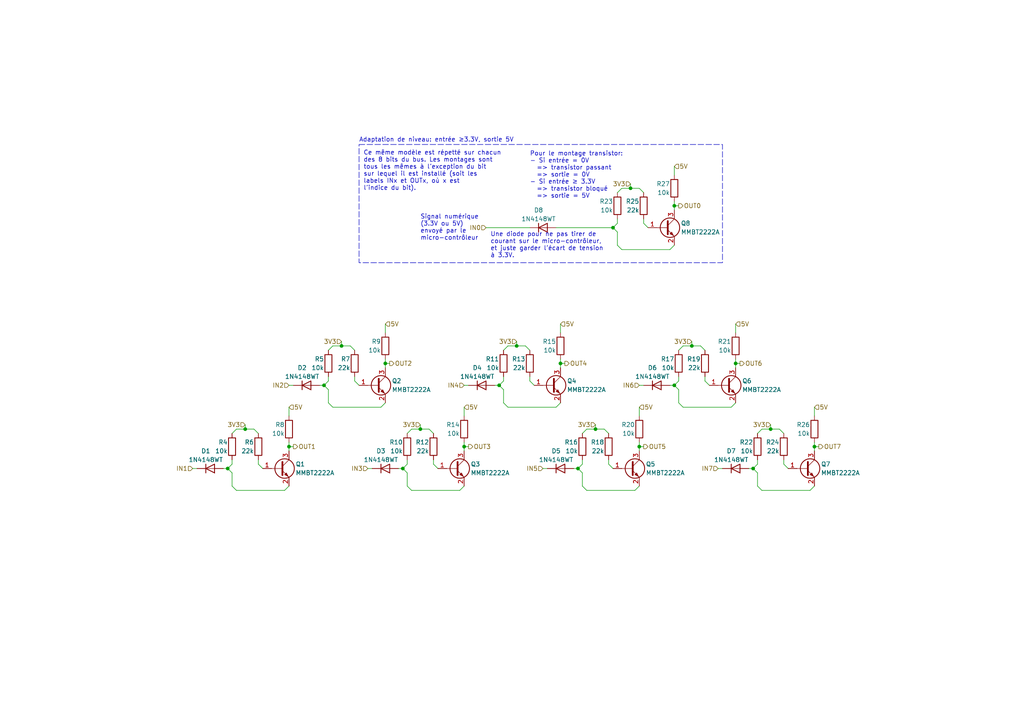
<source format=kicad_sch>
(kicad_sch (version 20250114) (generator "eeschema") (generator_version "9.0")
  (paper "A4")
  (lib_symbols
    (symbol "Device:R" (pin_numbers (hide yes)) (pin_names (offset 0))
      (property "Reference" "R" (at 2.032 0 90))
      (property "Value" "R" (at 0 0 90))
      (symbol "R_0_1"
        (rectangle (start -1.016 -2.54) (end 1.016 2.54) (stroke (width 0.254)))
      )
      (symbol "R_1_1"
        (pin passive line (at 0 3.81 270) (length 1.27) (name "~") (number "1"))
        (pin passive line (at 0 -3.81 90) (length 1.27) (name "~") (number "2"))
      )
    )
    (symbol "Diode:1N4148WT" (pin_numbers (hide yes)) (pin_names (hide yes))
      (property "Reference" "D" (at 0 2.54 0))
      (property "Value" "1N4148WT" (at 0 -2.54 0))
      (symbol "1N4148WT_0_1"
        (polyline (pts (xy -1.27 1.27) (xy -1.27 -1.27)) (stroke (width 0.254)))
        (polyline (pts (xy 1.27 1.27) (xy 1.27 -1.27) (xy -1.27 0) (xy 1.27 1.27)) (stroke (width 0.254)))
        (polyline (pts (xy 1.27 0) (xy -1.27 0)))
      )
      (symbol "1N4148WT_1_1"
        (pin passive line (at -3.81 0 0) (length 2.54) (name "K") (number "1"))
        (pin passive line (at 3.81 0 180) (length 2.54) (name "A") (number "2"))
      )
    )
    (symbol "Transistor_BJT:MMBT2222A" (pin_names (offset 0) (hide yes))
      (property "Reference" "Q" (at 5.08 1.905 0))
      (property "Value" "MMBT2222A" (at 5.08 0 0))
      (symbol "MMBT2222A_0_1"
        (polyline (pts (xy -2.54 0) (xy 0.635 0)))
        (polyline (pts (xy 0.635 1.905) (xy 0.635 -1.905)) (stroke (width 0.508)))
        (circle (center 1.27 0) (radius 2.8194) (stroke (width 0.254)))
      )
      (symbol "MMBT2222A_1_1"
        (polyline (pts (xy 0.635 0.635) (xy 2.54 2.54)))
        (polyline (pts (xy 0.635 -0.635) (xy 2.54 -2.54)))
        (polyline (pts (xy 1.27 -1.778) (xy 1.778 -1.27) (xy 2.286 -2.286) (xy 1.27 -1.778)) (fill (type outline)))
        (pin input line (at -5.08 0 0) (length 2.54) (name "B") (number "1"))
        (pin passive line (at 2.54 5.08 270) (length 2.54) (name "C") (number "3"))
        (pin passive line (at 2.54 -5.08 90) (length 2.54) (name "E") (number "2"))
      )
    )
  )
  (rectangle (start 104.14 41.91) (end 209.55 76.2) (stroke (width 0) (type dash)))
  (text "Ce même modèle est répetté sur chacun\ndes 8 bits du bus. Les montages sont \ntous les mêmes à l’exception du bit\nsur lequel il est installé (soit les\nlabels INx et OUTx, où x est\nl’indice du bit)." (at 105.41 49.53 0) (effects (font (size 1.27 1.27)) (justify left)))
  (text "Adaptation de niveau: entrée ≥3.3V, sortie 5V" (at 104.14 40.64 0) (effects (font (size 1.27 1.27)) (justify left)))
  (text "Pour le montage transistor:\n- Si entrée = 0V\n  => transistor passant\n  => sortie = 0V\n- Si entrée ≥ 3.3V\n  => transistor bloqué\n  => sortie = 5V" (at 153.67 50.8 0) (effects (font (size 1.27 1.27)) (justify left)))
  (text "Une diode pour ne pas tirer de\ncourant sur le micro-contrôleur,\net juste garder l’écart de tension\nà 3.3V." (at 142.24 71.12 0) (effects (font (size 1.27 1.27)) (justify left)))
  (text "Signal numérique\n(3.3V ou 5V)\nenvoyé par le\nmicro-contrôleur" (at 121.92 66.04 0) (effects (font (size 1.27 1.27)) (justify left)))
  (junction (at 66.04 135.89))
  (junction (at 116.84 135.89))
  (junction (at 236.22 129.54))
  (junction (at 185.42 129.54))
  (junction (at 172.72 124.46))
  (junction (at 182.88 54.61))
  (junction (at 200.66 100.33))
  (junction (at 93.98 111.76))
  (junction (at 195.58 111.76))
  (junction (at 195.58 59.69))
  (junction (at 99.06 100.33))
  (junction (at 134.62 129.54))
  (junction (at 149.86 100.33))
  (junction (at 144.78 111.76))
  (junction (at 177.8 66.04))
  (junction (at 121.92 124.46))
  (junction (at 83.82 129.54))
  (junction (at 111.76 105.41))
  (junction (at 162.56 105.41))
  (junction (at 218.44 135.89))
  (junction (at 71.12 124.46))
  (junction (at 167.64 135.89))
  (junction (at 223.52 124.46))
  (junction (at 213.36 105.41))
  (wire (pts (xy 185.42 129.54) (xy 186.69 129.54)))
  (wire (pts (xy 146.05 110.49) (xy 144.78 111.76)))
  (wire (pts (xy 227.33 125.73) (xy 226.06 124.46)))
  (wire (pts (xy 118.11 133.35) (xy 118.11 134.62)))
  (wire (pts (xy 195.58 48.26) (xy 195.58 50.8)))
  (wire (pts (xy 67.31 137.16) (xy 66.04 135.89)))
  (wire (pts (xy 111.76 116.84) (xy 110.49 118.11)))
  (wire (pts (xy 96.52 100.33) (xy 99.06 100.33)))
  (wire (pts (xy 168.91 137.16) (xy 167.64 135.89)))
  (wire (pts (xy 83.82 111.76) (xy 85.09 111.76)))
  (wire (pts (xy 185.42 128.27) (xy 185.42 129.54)))
  (wire (pts (xy 213.36 116.84) (xy 212.09 118.11)))
  (wire (pts (xy 219.71 137.16) (xy 218.44 135.89)))
  (wire (pts (xy 67.31 140.97) (xy 67.31 137.16)))
  (wire (pts (xy 106.68 135.89) (xy 107.95 135.89)))
  (wire (pts (xy 134.62 128.27) (xy 134.62 129.54)))
  (wire (pts (xy 182.88 53.34) (xy 182.88 54.61)))
  (wire (pts (xy 149.86 100.33) (xy 152.4 100.33)))
  (wire (pts (xy 55.88 135.89) (xy 57.15 135.89)))
  (wire (pts (xy 220.98 124.46) (xy 223.52 124.46)))
  (wire (pts (xy 147.32 100.33) (xy 149.86 100.33)))
  (wire (pts (xy 95.25 116.84) (xy 95.25 113.03)))
  (wire (pts (xy 134.62 129.54) (xy 134.62 130.81)))
  (wire (pts (xy 200.66 100.33) (xy 203.2 100.33)))
  (wire (pts (xy 196.85 116.84) (xy 196.85 113.03)))
  (wire (pts (xy 223.52 124.46) (xy 226.06 124.46)))
  (wire (pts (xy 67.31 133.35) (xy 67.31 134.62)))
  (wire (pts (xy 111.76 104.14) (xy 111.76 105.41)))
  (wire (pts (xy 168.91 133.35) (xy 168.91 134.62)))
  (wire (pts (xy 83.82 129.54) (xy 85.09 129.54)))
  (wire (pts (xy 186.69 63.5) (xy 186.69 64.77)))
  (wire (pts (xy 133.35 142.24) (xy 119.38 142.24)))
  (wire (pts (xy 116.84 135.89) (xy 115.57 135.89)))
  (wire (pts (xy 157.48 135.89) (xy 158.75 135.89)))
  (wire (pts (xy 99.06 100.33) (xy 101.6 100.33)))
  (wire (pts (xy 198.12 100.33) (xy 200.66 100.33)))
  (wire (pts (xy 168.91 134.62) (xy 167.64 135.89)))
  (wire (pts (xy 170.18 124.46) (xy 172.72 124.46)))
  (wire (pts (xy 146.05 109.22) (xy 146.05 110.49)))
  (wire (pts (xy 111.76 105.41) (xy 113.03 105.41)))
  (wire (pts (xy 83.82 129.54) (xy 83.82 130.81)))
  (wire (pts (xy 195.58 111.76) (xy 194.31 111.76)))
  (wire (pts (xy 125.73 134.62) (xy 127 135.89)))
  (wire (pts (xy 195.58 58.42) (xy 195.58 59.69)))
  (wire (pts (xy 68.58 142.24) (xy 67.31 140.97)))
  (wire (pts (xy 196.85 109.22) (xy 196.85 110.49)))
  (wire (pts (xy 96.52 100.33) (xy 95.25 101.6)))
  (wire (pts (xy 140.97 66.04) (xy 153.67 66.04)))
  (wire (pts (xy 134.62 111.76) (xy 135.89 111.76)))
  (wire (pts (xy 185.42 118.11) (xy 185.42 120.65)))
  (wire (pts (xy 162.56 105.41) (xy 162.56 106.68)))
  (wire (pts (xy 153.67 109.22) (xy 153.67 110.49)))
  (wire (pts (xy 219.71 134.62) (xy 218.44 135.89)))
  (wire (pts (xy 236.22 140.97) (xy 234.95 142.24)))
  (wire (pts (xy 121.92 123.19) (xy 121.92 124.46)))
  (wire (pts (xy 182.88 54.61) (xy 185.42 54.61)))
  (wire (pts (xy 66.04 135.89) (xy 64.77 135.89)))
  (wire (pts (xy 82.55 142.24) (xy 68.58 142.24)))
  (wire (pts (xy 172.72 123.19) (xy 172.72 124.46)))
  (wire (pts (xy 68.58 124.46) (xy 71.12 124.46)))
  (wire (pts (xy 102.87 101.6) (xy 101.6 100.33)))
  (wire (pts (xy 195.58 59.69) (xy 196.85 59.69)))
  (wire (pts (xy 111.76 105.41) (xy 111.76 106.68)))
  (wire (pts (xy 74.93 125.73) (xy 73.66 124.46)))
  (wire (pts (xy 227.33 133.35) (xy 227.33 134.62)))
  (wire (pts (xy 185.42 140.97) (xy 184.15 142.24)))
  (wire (pts (xy 168.91 140.97) (xy 168.91 137.16)))
  (wire (pts (xy 146.05 116.84) (xy 146.05 113.03)))
  (wire (pts (xy 208.28 135.89) (xy 209.55 135.89)))
  (wire (pts (xy 83.82 140.97) (xy 82.55 142.24)))
  (wire (pts (xy 167.64 135.89) (xy 166.37 135.89)))
  (wire (pts (xy 198.12 100.33) (xy 196.85 101.6)))
  (wire (pts (xy 220.98 142.24) (xy 219.71 140.97)))
  (wire (pts (xy 195.58 71.12) (xy 194.31 72.39)))
  (wire (pts (xy 68.58 124.46) (xy 67.31 125.73)))
  (wire (pts (xy 162.56 93.98) (xy 162.56 96.52)))
  (wire (pts (xy 195.58 59.69) (xy 195.58 60.96)))
  (wire (pts (xy 185.42 129.54) (xy 185.42 130.81)))
  (wire (pts (xy 147.32 100.33) (xy 146.05 101.6)))
  (wire (pts (xy 102.87 109.22) (xy 102.87 110.49)))
  (wire (pts (xy 236.22 118.11) (xy 236.22 120.65)))
  (wire (pts (xy 236.22 128.27) (xy 236.22 129.54)))
  (wire (pts (xy 67.31 134.62) (xy 66.04 135.89)))
  (wire (pts (xy 134.62 129.54) (xy 135.89 129.54)))
  (wire (pts (xy 236.22 129.54) (xy 237.49 129.54)))
  (wire (pts (xy 83.82 128.27) (xy 83.82 129.54)))
  (wire (pts (xy 93.98 111.76) (xy 92.71 111.76)))
  (wire (pts (xy 162.56 116.84) (xy 161.29 118.11)))
  (wire (pts (xy 83.82 118.11) (xy 83.82 120.65)))
  (wire (pts (xy 147.32 118.11) (xy 146.05 116.84)))
  (wire (pts (xy 74.93 134.62) (xy 76.2 135.89)))
  (wire (pts (xy 144.78 111.76) (xy 143.51 111.76)))
  (wire (pts (xy 196.85 110.49) (xy 195.58 111.76)))
  (wire (pts (xy 180.34 72.39) (xy 179.07 71.12)))
  (wire (pts (xy 71.12 124.46) (xy 73.66 124.46)))
  (wire (pts (xy 220.98 124.46) (xy 219.71 125.73)))
  (wire (pts (xy 219.71 140.97) (xy 219.71 137.16)))
  (wire (pts (xy 236.22 129.54) (xy 236.22 130.81)))
  (wire (pts (xy 162.56 105.41) (xy 163.83 105.41)))
  (wire (pts (xy 212.09 118.11) (xy 198.12 118.11)))
  (wire (pts (xy 102.87 110.49) (xy 104.14 111.76)))
  (wire (pts (xy 180.34 54.61) (xy 182.88 54.61)))
  (wire (pts (xy 153.67 101.6) (xy 152.4 100.33)))
  (wire (pts (xy 184.15 142.24) (xy 170.18 142.24)))
  (wire (pts (xy 213.36 105.41) (xy 214.63 105.41)))
  (wire (pts (xy 176.53 133.35) (xy 176.53 134.62)))
  (wire (pts (xy 176.53 125.73) (xy 175.26 124.46)))
  (wire (pts (xy 179.07 64.77) (xy 177.8 66.04)))
  (wire (pts (xy 121.92 124.46) (xy 124.46 124.46)))
  (wire (pts (xy 204.47 109.22) (xy 204.47 110.49)))
  (wire (pts (xy 185.42 111.76) (xy 186.69 111.76)))
  (wire (pts (xy 223.52 123.19) (xy 223.52 124.46)))
  (wire (pts (xy 146.05 113.03) (xy 144.78 111.76)))
  (wire (pts (xy 118.11 137.16) (xy 116.84 135.89)))
  (wire (pts (xy 194.31 72.39) (xy 180.34 72.39)))
  (wire (pts (xy 172.72 124.46) (xy 175.26 124.46)))
  (wire (pts (xy 153.67 110.49) (xy 154.94 111.76)))
  (wire (pts (xy 134.62 118.11) (xy 134.62 120.65)))
  (wire (pts (xy 99.06 99.06) (xy 99.06 100.33)))
  (wire (pts (xy 96.52 118.11) (xy 95.25 116.84)))
  (wire (pts (xy 234.95 142.24) (xy 220.98 142.24)))
  (wire (pts (xy 179.07 71.12) (xy 179.07 67.31)))
  (wire (pts (xy 119.38 124.46) (xy 121.92 124.46)))
  (wire (pts (xy 162.56 104.14) (xy 162.56 105.41)))
  (wire (pts (xy 204.47 101.6) (xy 203.2 100.33)))
  (wire (pts (xy 196.85 113.03) (xy 195.58 111.76)))
  (wire (pts (xy 134.62 140.97) (xy 133.35 142.24)))
  (wire (pts (xy 177.8 66.04) (xy 161.29 66.04)))
  (wire (pts (xy 74.93 133.35) (xy 74.93 134.62)))
  (wire (pts (xy 219.71 133.35) (xy 219.71 134.62)))
  (wire (pts (xy 179.07 63.5) (xy 179.07 64.77)))
  (wire (pts (xy 227.33 134.62) (xy 228.6 135.89)))
  (wire (pts (xy 95.25 110.49) (xy 93.98 111.76)))
  (wire (pts (xy 186.69 64.77) (xy 187.96 66.04)))
  (wire (pts (xy 118.11 140.97) (xy 118.11 137.16)))
  (wire (pts (xy 186.69 55.88) (xy 185.42 54.61)))
  (wire (pts (xy 95.25 113.03) (xy 93.98 111.76)))
  (wire (pts (xy 176.53 134.62) (xy 177.8 135.89)))
  (wire (pts (xy 119.38 124.46) (xy 118.11 125.73)))
  (wire (pts (xy 149.86 99.06) (xy 149.86 100.33)))
  (wire (pts (xy 200.66 99.06) (xy 200.66 100.33)))
  (wire (pts (xy 95.25 109.22) (xy 95.25 110.49)))
  (wire (pts (xy 71.12 123.19) (xy 71.12 124.46)))
  (wire (pts (xy 213.36 93.98) (xy 213.36 96.52)))
  (wire (pts (xy 125.73 133.35) (xy 125.73 134.62)))
  (wire (pts (xy 118.11 134.62) (xy 116.84 135.89)))
  (wire (pts (xy 198.12 118.11) (xy 196.85 116.84)))
  (wire (pts (xy 161.29 118.11) (xy 147.32 118.11)))
  (wire (pts (xy 111.76 93.98) (xy 111.76 96.52)))
  (wire (pts (xy 170.18 124.46) (xy 168.91 125.73)))
  (wire (pts (xy 180.34 54.61) (xy 179.07 55.88)))
  (wire (pts (xy 119.38 142.24) (xy 118.11 140.97)))
  (wire (pts (xy 204.47 110.49) (xy 205.74 111.76)))
  (wire (pts (xy 179.07 67.31) (xy 177.8 66.04)))
  (wire (pts (xy 213.36 104.14) (xy 213.36 105.41)))
  (wire (pts (xy 110.49 118.11) (xy 96.52 118.11)))
  (wire (pts (xy 213.36 105.41) (xy 213.36 106.68)))
  (wire (pts (xy 218.44 135.89) (xy 217.17 135.89)))
  (wire (pts (xy 170.18 142.24) (xy 168.91 140.97)))
  (wire (pts (xy 125.73 125.73) (xy 124.46 124.46)))
  (hierarchical_label "IN4" (shape input) (at 134.62 111.76 180))
  (hierarchical_label "3V3" (shape input) (at 200.66 99.06 180))
  (hierarchical_label "3V3" (shape input) (at 99.06 99.06 180))
  (hierarchical_label "3V3" (shape input) (at 172.72 123.19 180))
  (hierarchical_label "3V3" (shape input) (at 223.52 123.19 180))
  (hierarchical_label "3V3" (shape input) (at 182.88 53.34 180))
  (hierarchical_label "5V" (shape input) (at 185.42 118.11 0))
  (hierarchical_label "OUT1" (shape output) (at 85.09 129.54 0))
  (hierarchical_label "OUT2" (shape output) (at 113.03 105.41 0))
  (hierarchical_label "IN1" (shape input) (at 55.88 135.89 180))
  (hierarchical_label "5V" (shape input) (at 195.58 48.26 0))
  (hierarchical_label "IN2" (shape input) (at 83.82 111.76 180))
  (hierarchical_label "OUT4" (shape output) (at 163.83 105.41 0))
  (hierarchical_label "5V" (shape input) (at 111.76 93.98 0))
  (hierarchical_label "5V" (shape input) (at 213.36 93.98 0))
  (hierarchical_label "5V" (shape input) (at 162.56 93.98 0))
  (hierarchical_label "IN3" (shape input) (at 106.68 135.89 180))
  (hierarchical_label "3V3" (shape input) (at 71.12 123.19 180))
  (hierarchical_label "OUT3" (shape output) (at 135.89 129.54 0))
  (hierarchical_label "IN7" (shape input) (at 208.28 135.89 180))
  (hierarchical_label "5V" (shape input) (at 134.62 118.11 0))
  (hierarchical_label "5V" (shape input) (at 236.22 118.11 0))
  (hierarchical_label "IN5" (shape input) (at 157.48 135.89 180))
  (hierarchical_label "OUT6" (shape output) (at 214.63 105.41 0))
  (hierarchical_label "IN6" (shape input) (at 185.42 111.76 180))
  (hierarchical_label "3V3" (shape input) (at 121.92 123.19 180))
  (hierarchical_label "OUT5" (shape output) (at 186.69 129.54 0))
  (hierarchical_label "OUT7" (shape output) (at 237.49 129.54 0))
  (hierarchical_label "OUT0" (shape output) (at 196.85 59.69 0))
  (hierarchical_label "5V" (shape input) (at 83.82 118.11 0))
  (hierarchical_label "IN0" (shape input) (at 140.97 66.04 180))
  (hierarchical_label "3V3" (shape input) (at 149.86 99.06 180))
  (symbol (lib_id "Device:R") (at 162.56 100.33 0) (mirror y) (unit 1)
    (property "Reference" "R15" (at 161.29 99.06 0) (effects (justify left)))
    (property "Value" "10k" (at 161.29 101.6 0) (effects (justify left)))
    (property "Description" "Resistor" (effects (hide yes)))
    (instances (project "carte_bto" (path "" (reference "R15") (unit 1)) (path "" (reference "R39") (unit 1))))
  )
  (symbol (lib_id "Device:R") (at 196.85 105.41 0) (mirror y) (unit 1)
    (property "Reference" "R17" (at 195.58 104.14 0) (effects (justify left)))
    (property "Value" "10k" (at 195.58 106.68 0) (effects (justify left)))
    (property "Description" "Resistor" (effects (hide yes)))
    (instances (project "carte_bto" (path "" (reference "R17") (unit 1)) (path "" (reference "R41") (unit 1))))
  )
  (symbol (lib_id "Device:R") (at 146.05 105.41 0) (mirror y) (unit 1)
    (property "Reference" "R11" (at 144.78 104.14 0) (effects (justify left)))
    (property "Value" "10k" (at 144.78 106.68 0) (effects (justify left)))
    (property "Description" "Resistor" (effects (hide yes)))
    (instances (project "carte_bto" (path "" (reference "R11") (unit 1)) (path "" (reference "R35") (unit 1))))
  )
  (symbol (lib_id "Device:R") (at 236.22 124.46 0) (mirror y) (unit 1)
    (property "Reference" "R26" (at 234.95 123.19 0) (effects (justify left)))
    (property "Value" "10k" (at 234.95 125.73 0) (effects (justify left)))
    (property "Description" "Resistor" (effects (hide yes)))
    (instances (project "carte_bto" (path "" (reference "R26") (unit 1)) (path "" (reference "R50") (unit 1))))
  )
  (symbol (lib_id "Diode:1N4148WT") (at 111.76 135.89 0) (mirror x) (unit 1)
    (property "Reference" "D3" (at 110.49 130.81 0))
    (property "Value" "1N4148WT" (at 110.49 133.35 0))
    (property "Footprint" "Diode_SMD:D_SOD-523" (effects (hide yes)))
    (property "Datasheet" "https://www.diodes.com/assets/Datasheets/ds30396.pdf" (effects (hide yes)))
    (property "Description" "75V 0.15A Fast switching Diode, SOD-523" (effects (hide yes)))
    (property "Sim.Device" "D" (effects (hide yes)))
    (property "Sim.Pins" "1=K 2=A" (effects (hide yes)))
    (instances (project "carte_bto" (path "" (reference "D3") (unit 1)) (path "" (reference "D11") (unit 1))))
  )
  (symbol (lib_id "Diode:1N4148WT") (at 162.56 135.89 0) (mirror x) (unit 1)
    (property "Reference" "D5" (at 161.29 130.81 0))
    (property "Value" "1N4148WT" (at 161.29 133.35 0))
    (property "Footprint" "Diode_SMD:D_SOD-523" (effects (hide yes)))
    (property "Datasheet" "https://www.diodes.com/assets/Datasheets/ds30396.pdf" (effects (hide yes)))
    (property "Description" "75V 0.15A Fast switching Diode, SOD-523" (effects (hide yes)))
    (property "Sim.Device" "D" (effects (hide yes)))
    (property "Sim.Pins" "1=K 2=A" (effects (hide yes)))
    (instances (project "carte_bto" (path "" (reference "D5") (unit 1)) (path "" (reference "D13") (unit 1))))
  )
  (symbol (lib_id "Device:R") (at 213.36 100.33 0) (mirror y) (unit 1)
    (property "Reference" "R21" (at 212.09 99.06 0) (effects (justify left)))
    (property "Value" "10k" (at 212.09 101.6 0) (effects (justify left)))
    (property "Description" "Resistor" (effects (hide yes)))
    (instances (project "carte_bto" (path "" (reference "R21") (unit 1)) (path "" (reference "R45") (unit 1))))
  )
  (symbol (lib_id "Device:R") (at 118.11 129.54 0) (mirror y) (unit 1)
    (property "Reference" "R10" (at 116.84 128.27 0) (effects (justify left)))
    (property "Value" "10k" (at 116.84 130.81 0) (effects (justify left)))
    (property "Description" "Resistor" (effects (hide yes)))
    (instances (project "carte_bto" (path "" (reference "R10") (unit 1)) (path "" (reference "R34") (unit 1))))
  )
  (symbol (lib_id "Device:R") (at 134.62 124.46 0) (mirror y) (unit 1)
    (property "Reference" "R14" (at 133.35 123.19 0) (effects (justify left)))
    (property "Value" "10k" (at 133.35 125.73 0) (effects (justify left)))
    (property "Description" "Resistor" (effects (hide yes)))
    (instances (project "carte_bto" (path "" (reference "R14") (unit 1)) (path "" (reference "R38") (unit 1))))
  )
  (symbol (lib_id "Device:R") (at 186.69 59.69 0) (mirror y) (unit 1)
    (property "Reference" "R25" (at 185.42 58.42 0) (effects (justify left)))
    (property "Value" "22k" (at 185.42 60.96 0) (effects (justify left)))
    (property "Description" "Resistor" (effects (hide yes)))
    (instances (project "carte_bto" (path "" (reference "R25") (unit 1)) (path "" (reference "R49") (unit 1))))
  )
  (symbol (lib_id "Diode:1N4148WT") (at 190.5 111.76 0) (mirror x) (unit 1)
    (property "Reference" "D6" (at 189.23 106.68 0))
    (property "Value" "1N4148WT" (at 189.23 109.22 0))
    (property "Footprint" "Diode_SMD:D_SOD-523" (effects (hide yes)))
    (property "Datasheet" "https://www.diodes.com/assets/Datasheets/ds30396.pdf" (effects (hide yes)))
    (property "Description" "75V 0.15A Fast switching Diode, SOD-523" (effects (hide yes)))
    (property "Sim.Device" "D" (effects (hide yes)))
    (property "Sim.Pins" "1=K 2=A" (effects (hide yes)))
    (instances (project "carte_bto" (path "" (reference "D6") (unit 1)) (path "" (reference "D14") (unit 1))))
  )
  (symbol (lib_id "Device:R") (at 185.42 124.46 0) (mirror y) (unit 1)
    (property "Reference" "R20" (at 184.15 123.19 0) (effects (justify left)))
    (property "Value" "10k" (at 184.15 125.73 0) (effects (justify left)))
    (property "Description" "Resistor" (effects (hide yes)))
    (instances (project "carte_bto" (path "" (reference "R20") (unit 1)) (path "" (reference "R44") (unit 1))))
  )
  (symbol (lib_id "Diode:1N4148WT") (at 213.36 135.89 0) (mirror x) (unit 1)
    (property "Reference" "D7" (at 212.09 130.81 0))
    (property "Value" "1N4148WT" (at 212.09 133.35 0))
    (property "Footprint" "Diode_SMD:D_SOD-523" (effects (hide yes)))
    (property "Datasheet" "https://www.diodes.com/assets/Datasheets/ds30396.pdf" (effects (hide yes)))
    (property "Description" "75V 0.15A Fast switching Diode, SOD-523" (effects (hide yes)))
    (property "Sim.Device" "D" (effects (hide yes)))
    (property "Sim.Pins" "1=K 2=A" (effects (hide yes)))
    (instances (project "carte_bto" (path "" (reference "D7") (unit 1)) (path "" (reference "D15") (unit 1))))
  )
  (symbol (lib_id "Device:R") (at 83.82 124.46 0) (mirror y) (unit 1)
    (property "Reference" "R8" (at 82.55 123.19 0) (effects (justify left)))
    (property "Value" "10k" (at 82.55 125.73 0) (effects (justify left)))
    (property "Description" "Resistor" (effects (hide yes)))
    (instances (project "carte_bto" (path "" (reference "R8") (unit 1)) (path "" (reference "R32") (unit 1))))
  )
  (symbol (lib_id "Device:R") (at 111.76 100.33 0) (mirror y) (unit 1)
    (property "Reference" "R9" (at 110.49 99.06 0) (effects (justify left)))
    (property "Value" "10k" (at 110.49 101.6 0) (effects (justify left)))
    (property "Description" "Resistor" (effects (hide yes)))
    (instances (project "carte_bto" (path "" (reference "R9") (unit 1)) (path "" (reference "R33") (unit 1))))
  )
  (symbol (lib_id "Device:R") (at 67.31 129.54 0) (mirror y) (unit 1)
    (property "Reference" "R4" (at 66.04 128.27 0) (effects (justify left)))
    (property "Value" "10k" (at 66.04 130.81 0) (effects (justify left)))
    (property "Description" "Resistor" (effects (hide yes)))
    (instances (project "carte_bto" (path "" (reference "R4") (unit 1)) (path "" (reference "R28") (unit 1))))
  )
  (symbol (lib_id "Diode:1N4148WT") (at 157.48 66.04 0) (mirror x) (unit 1)
    (property "Reference" "D8" (at 156.21 60.96 0))
    (property "Value" "1N4148WT" (at 156.21 63.5 0))
    (property "Footprint" "Diode_SMD:D_SOD-523" (effects (hide yes)))
    (property "Datasheet" "https://www.diodes.com/assets/Datasheets/ds30396.pdf" (effects (hide yes)))
    (property "Description" "75V 0.15A Fast switching Diode, SOD-523" (effects (hide yes)))
    (property "Sim.Device" "D" (effects (hide yes)))
    (property "Sim.Pins" "1=K 2=A" (effects (hide yes)))
    (instances (project "carte_bto" (path "" (reference "D8") (unit 1)) (path "" (reference "D16") (unit 1))))
  )
  (symbol (lib_id "Transistor_BJT:MMBT2222A") (at 81.28 135.89 0) (unit 1)
    (property "Reference" "Q1" (at 85.725 134.62 0) (effects (justify left)))
    (property "Value" "MMBT2222A" (at 85.725 137.16 0) (effects (justify left)))
    (property "Footprint" "Package_TO_SOT_SMD:SOT-23" (effects (hide yes)))
    (property "Datasheet" "https://assets.nexperia.com/documents/data-sheet/MMBT2222A.pdf" (effects (hide yes)))
    (property "Description" "600mA Ic, 40V Vce, NPN Transistor, SOT-23" (effects (hide yes)))
    (instances (project "carte_bto" (path "" (reference "Q1") (unit 1)) (path "" (reference "Q9") (unit 1))))
  )
  (symbol (lib_id "Device:R") (at 125.73 129.54 0) (mirror y) (unit 1)
    (property "Reference" "R12" (at 124.46 128.27 0) (effects (justify left)))
    (property "Value" "22k" (at 124.46 130.81 0) (effects (justify left)))
    (property "Description" "Resistor" (effects (hide yes)))
    (instances (project "carte_bto" (path "" (reference "R12") (unit 1)) (path "" (reference "R36") (unit 1))))
  )
  (symbol (lib_id "Transistor_BJT:MMBT2222A") (at 193.04 66.04 0) (unit 1)
    (property "Reference" "Q8" (at 197.485 64.77 0) (effects (justify left)))
    (property "Value" "MMBT2222A" (at 197.485 67.31 0) (effects (justify left)))
    (property "Footprint" "Package_TO_SOT_SMD:SOT-23" (effects (hide yes)))
    (property "Datasheet" "https://assets.nexperia.com/documents/data-sheet/MMBT2222A.pdf" (effects (hide yes)))
    (property "Description" "600mA Ic, 40V Vce, NPN Transistor, SOT-23" (effects (hide yes)))
    (instances (project "carte_bto" (path "" (reference "Q8") (unit 1)) (path "" (reference "Q16") (unit 1))))
  )
  (symbol (lib_id "Device:R") (at 102.87 105.41 0) (mirror y) (unit 1)
    (property "Reference" "R7" (at 101.6 104.14 0) (effects (justify left)))
    (property "Value" "22k" (at 101.6 106.68 0) (effects (justify left)))
    (property "Description" "Resistor" (effects (hide yes)))
    (instances (project "carte_bto" (path "" (reference "R7") (unit 1)) (path "" (reference "R31") (unit 1))))
  )
  (symbol (lib_id "Diode:1N4148WT") (at 88.9 111.76 0) (mirror x) (unit 1)
    (property "Reference" "D2" (at 87.63 106.68 0))
    (property "Value" "1N4148WT" (at 87.63 109.22 0))
    (property "Footprint" "Diode_SMD:D_SOD-523" (effects (hide yes)))
    (property "Datasheet" "https://www.diodes.com/assets/Datasheets/ds30396.pdf" (effects (hide yes)))
    (property "Description" "75V 0.15A Fast switching Diode, SOD-523" (effects (hide yes)))
    (property "Sim.Device" "D" (effects (hide yes)))
    (property "Sim.Pins" "1=K 2=A" (effects (hide yes)))
    (instances (project "carte_bto" (path "" (reference "D2") (unit 1)) (path "" (reference "D10") (unit 1))))
  )
  (symbol (lib_id "Transistor_BJT:MMBT2222A") (at 233.68 135.89 0) (unit 1)
    (property "Reference" "Q7" (at 238.125 134.62 0) (effects (justify left)))
    (property "Value" "MMBT2222A" (at 238.125 137.16 0) (effects (justify left)))
    (property "Footprint" "Package_TO_SOT_SMD:SOT-23" (effects (hide yes)))
    (property "Datasheet" "https://assets.nexperia.com/documents/data-sheet/MMBT2222A.pdf" (effects (hide yes)))
    (property "Description" "600mA Ic, 40V Vce, NPN Transistor, SOT-23" (effects (hide yes)))
    (instances (project "carte_bto" (path "" (reference "Q7") (unit 1)) (path "" (reference "Q15") (unit 1))))
  )
  (symbol (lib_id "Diode:1N4148WT") (at 139.7 111.76 0) (mirror x) (unit 1)
    (property "Reference" "D4" (at 138.43 106.68 0))
    (property "Value" "1N4148WT" (at 138.43 109.22 0))
    (property "Footprint" "Diode_SMD:D_SOD-523" (effects (hide yes)))
    (property "Datasheet" "https://www.diodes.com/assets/Datasheets/ds30396.pdf" (effects (hide yes)))
    (property "Description" "75V 0.15A Fast switching Diode, SOD-523" (effects (hide yes)))
    (property "Sim.Device" "D" (effects (hide yes)))
    (property "Sim.Pins" "1=K 2=A" (effects (hide yes)))
    (instances (project "carte_bto" (path "" (reference "D4") (unit 1)) (path "" (reference "D12") (unit 1))))
  )
  (symbol (lib_id "Diode:1N4148WT") (at 60.96 135.89 0) (mirror x) (unit 1)
    (property "Reference" "D1" (at 59.69 130.81 0))
    (property "Value" "1N4148WT" (at 59.69 133.35 0))
    (property "Footprint" "Diode_SMD:D_SOD-523" (effects (hide yes)))
    (property "Datasheet" "https://www.diodes.com/assets/Datasheets/ds30396.pdf" (effects (hide yes)))
    (property "Description" "75V 0.15A Fast switching Diode, SOD-523" (effects (hide yes)))
    (property "Sim.Device" "D" (effects (hide yes)))
    (property "Sim.Pins" "1=K 2=A" (effects (hide yes)))
    (instances (project "carte_bto" (path "" (reference "D1") (unit 1)) (path "" (reference "D9") (unit 1))))
  )
  (symbol (lib_id "Device:R") (at 227.33 129.54 0) (mirror y) (unit 1)
    (property "Reference" "R24" (at 226.06 128.27 0) (effects (justify left)))
    (property "Value" "22k" (at 226.06 130.81 0) (effects (justify left)))
    (property "Description" "Resistor" (effects (hide yes)))
    (instances (project "carte_bto" (path "" (reference "R24") (unit 1)) (path "" (reference "R48") (unit 1))))
  )
  (symbol (lib_id "Transistor_BJT:MMBT2222A") (at 160.02 111.76 0) (unit 1)
    (property "Reference" "Q4" (at 164.465 110.49 0) (effects (justify left)))
    (property "Value" "MMBT2222A" (at 164.465 113.03 0) (effects (justify left)))
    (property "Footprint" "Package_TO_SOT_SMD:SOT-23" (effects (hide yes)))
    (property "Datasheet" "https://assets.nexperia.com/documents/data-sheet/MMBT2222A.pdf" (effects (hide yes)))
    (property "Description" "600mA Ic, 40V Vce, NPN Transistor, SOT-23" (effects (hide yes)))
    (instances (project "carte_bto" (path "" (reference "Q4") (unit 1)) (path "" (reference "Q12") (unit 1))))
  )
  (symbol (lib_id "Transistor_BJT:MMBT2222A") (at 210.82 111.76 0) (unit 1)
    (property "Reference" "Q6" (at 215.265 110.49 0) (effects (justify left)))
    (property "Value" "MMBT2222A" (at 215.265 113.03 0) (effects (justify left)))
    (property "Footprint" "Package_TO_SOT_SMD:SOT-23" (effects (hide yes)))
    (property "Datasheet" "https://assets.nexperia.com/documents/data-sheet/MMBT2222A.pdf" (effects (hide yes)))
    (property "Description" "600mA Ic, 40V Vce, NPN Transistor, SOT-23" (effects (hide yes)))
    (instances (project "carte_bto" (path "" (reference "Q6") (unit 1)) (path "" (reference "Q14") (unit 1))))
  )
  (symbol (lib_id "Device:R") (at 219.71 129.54 0) (mirror y) (unit 1)
    (property "Reference" "R22" (at 218.44 128.27 0) (effects (justify left)))
    (property "Value" "10k" (at 218.44 130.81 0) (effects (justify left)))
    (property "Description" "Resistor" (effects (hide yes)))
    (instances (project "carte_bto" (path "" (reference "R22") (unit 1)) (path "" (reference "R46") (unit 1))))
  )
  (symbol (lib_id "Device:R") (at 95.25 105.41 0) (mirror y) (unit 1)
    (property "Reference" "R5" (at 93.98 104.14 0) (effects (justify left)))
    (property "Value" "10k" (at 93.98 106.68 0) (effects (justify left)))
    (property "Description" "Resistor" (effects (hide yes)))
    (instances (project "carte_bto" (path "" (reference "R5") (unit 1)) (path "" (reference "R29") (unit 1))))
  )
  (symbol (lib_id "Transistor_BJT:MMBT2222A") (at 132.08 135.89 0) (unit 1)
    (property "Reference" "Q3" (at 136.525 134.62 0) (effects (justify left)))
    (property "Value" "MMBT2222A" (at 136.525 137.16 0) (effects (justify left)))
    (property "Footprint" "Package_TO_SOT_SMD:SOT-23" (effects (hide yes)))
    (property "Datasheet" "https://assets.nexperia.com/documents/data-sheet/MMBT2222A.pdf" (effects (hide yes)))
    (property "Description" "600mA Ic, 40V Vce, NPN Transistor, SOT-23" (effects (hide yes)))
    (instances (project "carte_bto" (path "" (reference "Q3") (unit 1)) (path "" (reference "Q11") (unit 1))))
  )
  (symbol (lib_id "Device:R") (at 168.91 129.54 0) (mirror y) (unit 1)
    (property "Reference" "R16" (at 167.64 128.27 0) (effects (justify left)))
    (property "Value" "10k" (at 167.64 130.81 0) (effects (justify left)))
    (property "Description" "Resistor" (effects (hide yes)))
    (instances (project "carte_bto" (path "" (reference "R16") (unit 1)) (path "" (reference "R40") (unit 1))))
  )
  (symbol (lib_id "Device:R") (at 74.93 129.54 0) (mirror y) (unit 1)
    (property "Reference" "R6" (at 73.66 128.27 0) (effects (justify left)))
    (property "Value" "22k" (at 73.66 130.81 0) (effects (justify left)))
    (property "Description" "Resistor" (effects (hide yes)))
    (instances (project "carte_bto" (path "" (reference "R6") (unit 1)) (path "" (reference "R30") (unit 1))))
  )
  (symbol (lib_id "Transistor_BJT:MMBT2222A") (at 182.88 135.89 0) (unit 1)
    (property "Reference" "Q5" (at 187.325 134.62 0) (effects (justify left)))
    (property "Value" "MMBT2222A" (at 187.325 137.16 0) (effects (justify left)))
    (property "Footprint" "Package_TO_SOT_SMD:SOT-23" (effects (hide yes)))
    (property "Datasheet" "https://assets.nexperia.com/documents/data-sheet/MMBT2222A.pdf" (effects (hide yes)))
    (property "Description" "600mA Ic, 40V Vce, NPN Transistor, SOT-23" (effects (hide yes)))
    (instances (project "carte_bto" (path "" (reference "Q5") (unit 1)) (path "" (reference "Q13") (unit 1))))
  )
  (symbol (lib_id "Device:R") (at 176.53 129.54 0) (mirror y) (unit 1)
    (property "Reference" "R18" (at 175.26 128.27 0) (effects (justify left)))
    (property "Value" "22k" (at 175.26 130.81 0) (effects (justify left)))
    (property "Description" "Resistor" (effects (hide yes)))
    (instances (project "carte_bto" (path "" (reference "R18") (unit 1)) (path "" (reference "R42") (unit 1))))
  )
  (symbol (lib_id "Device:R") (at 179.07 59.69 0) (mirror y) (unit 1)
    (property "Reference" "R23" (at 177.8 58.42 0) (effects (justify left)))
    (property "Value" "10k" (at 177.8 60.96 0) (effects (justify left)))
    (property "Description" "Resistor" (effects (hide yes)))
    (instances (project "carte_bto" (path "" (reference "R23") (unit 1)) (path "" (reference "R47") (unit 1))))
  )
  (symbol (lib_id "Device:R") (at 204.47 105.41 0) (mirror y) (unit 1)
    (property "Reference" "R19" (at 203.2 104.14 0) (effects (justify left)))
    (property "Value" "22k" (at 203.2 106.68 0) (effects (justify left)))
    (property "Description" "Resistor" (effects (hide yes)))
    (instances (project "carte_bto" (path "" (reference "R19") (unit 1)) (path "" (reference "R43") (unit 1))))
  )
  (symbol (lib_id "Device:R") (at 153.67 105.41 0) (mirror y) (unit 1)
    (property "Reference" "R13" (at 152.4 104.14 0) (effects (justify left)))
    (property "Value" "22k" (at 152.4 106.68 0) (effects (justify left)))
    (property "Description" "Resistor" (effects (hide yes)))
    (instances (project "carte_bto" (path "" (reference "R13") (unit 1)) (path "" (reference "R37") (unit 1))))
  )
  (symbol (lib_id "Device:R") (at 195.58 54.61 0) (mirror y) (unit 1)
    (property "Reference" "R27" (at 194.31 53.34 0) (effects (justify left)))
    (property "Value" "10k" (at 194.31 55.88 0) (effects (justify left)))
    (property "Description" "Resistor" (effects (hide yes)))
    (instances (project "carte_bto" (path "" (reference "R27") (unit 1)) (path "" (reference "R51") (unit 1))))
  )
  (symbol (lib_id "Transistor_BJT:MMBT2222A") (at 109.22 111.76 0) (unit 1)
    (property "Reference" "Q2" (at 113.665 110.49 0) (effects (justify left)))
    (property "Value" "MMBT2222A" (at 113.665 113.03 0) (effects (justify left)))
    (property "Footprint" "Package_TO_SOT_SMD:SOT-23" (effects (hide yes)))
    (property "Datasheet" "https://assets.nexperia.com/documents/data-sheet/MMBT2222A.pdf" (effects (hide yes)))
    (property "Description" "600mA Ic, 40V Vce, NPN Transistor, SOT-23" (effects (hide yes)))
    (instances (project "carte_bto" (path "" (reference "Q2") (unit 1)) (path "" (reference "Q10") (unit 1))))
  )
)
</source>
